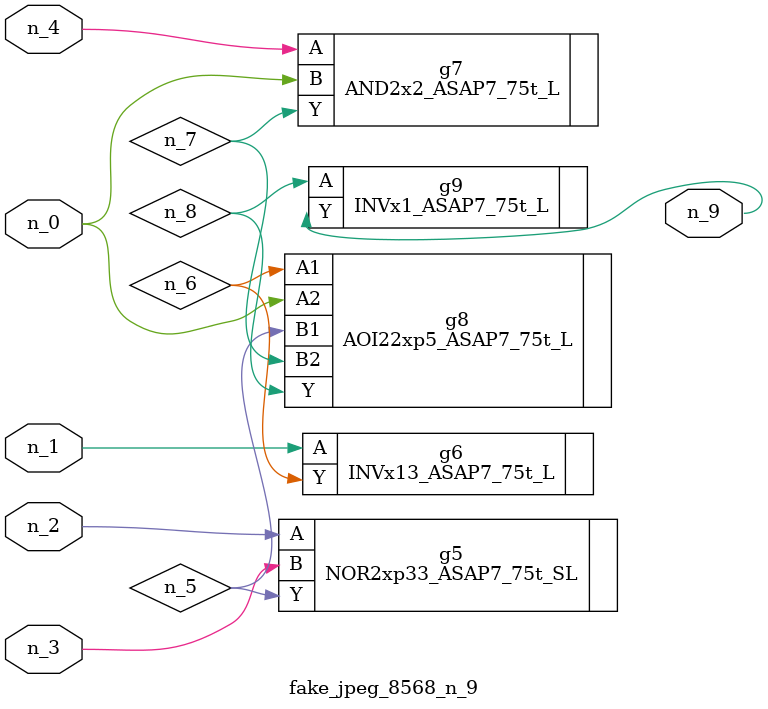
<source format=v>
module fake_jpeg_8568_n_9 (n_3, n_2, n_1, n_0, n_4, n_9);

input n_3;
input n_2;
input n_1;
input n_0;
input n_4;

output n_9;

wire n_8;
wire n_6;
wire n_5;
wire n_7;

NOR2xp33_ASAP7_75t_SL g5 ( 
.A(n_2),
.B(n_3),
.Y(n_5)
);

INVx13_ASAP7_75t_L g6 ( 
.A(n_1),
.Y(n_6)
);

AND2x2_ASAP7_75t_L g7 ( 
.A(n_4),
.B(n_0),
.Y(n_7)
);

AOI22xp5_ASAP7_75t_L g8 ( 
.A1(n_6),
.A2(n_0),
.B1(n_5),
.B2(n_7),
.Y(n_8)
);

INVx1_ASAP7_75t_L g9 ( 
.A(n_8),
.Y(n_9)
);


endmodule
</source>
